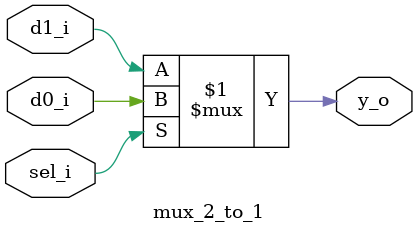
<source format=sv>
`timescale 1ns / 1ps

module mux_2_to_1(
    input logic d0_i,
    input logic d1_i,
    input logic sel_i,
    output logic y_o
    );
    
    assign y_o = sel_i ? d0_i : d1_i;
endmodule

</source>
